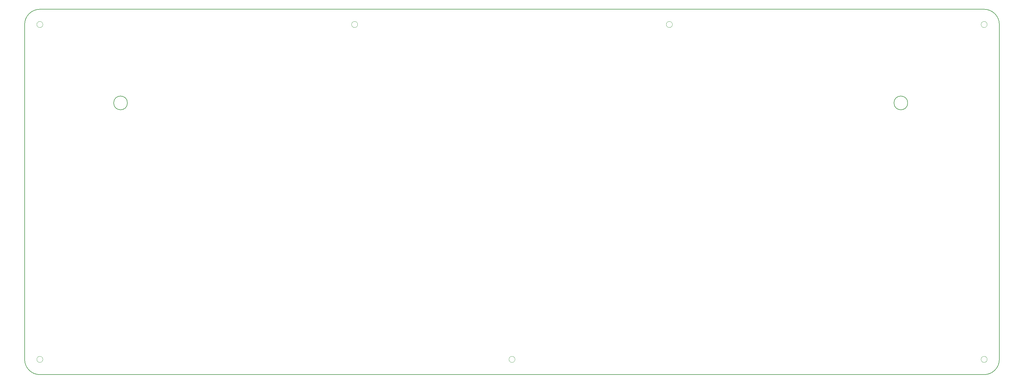
<source format=gbp>
G04 #@! TF.GenerationSoftware,KiCad,Pcbnew,5.1.10-88a1d61d58~90~ubuntu21.04.1*
G04 #@! TF.CreationDate,2021-09-17T14:10:14+02:00*
G04 #@! TF.ProjectId,unix60case,756e6978-3630-4636-9173-652e6b696361,rev?*
G04 #@! TF.SameCoordinates,Original*
G04 #@! TF.FileFunction,Paste,Bot*
G04 #@! TF.FilePolarity,Positive*
%FSLAX46Y46*%
G04 Gerber Fmt 4.6, Leading zero omitted, Abs format (unit mm)*
G04 Created by KiCad (PCBNEW 5.1.10-88a1d61d58~90~ubuntu21.04.1) date 2021-09-17 14:10:14*
%MOMM*%
%LPD*%
G01*
G04 APERTURE LIST*
G04 #@! TA.AperFunction,Profile*
%ADD10C,0.150000*%
G04 #@! TD*
G04 #@! TA.AperFunction,Profile*
%ADD11C,0.200000*%
G04 #@! TD*
G04 #@! TA.AperFunction,Profile*
%ADD12C,0.050000*%
G04 #@! TD*
G04 APERTURE END LIST*
D10*
X64928750Y-60769500D02*
X360203750Y-60769500D01*
D11*
X336314500Y-90066500D02*
G75*
G03*
X336314500Y-90066500I-2150000J0D01*
G01*
X92314500Y-90066500D02*
G75*
G03*
X92314500Y-90066500I-2150000J0D01*
G01*
D10*
X60166250Y-170307000D02*
X60166250Y-65532000D01*
X360203750Y-175069500D02*
X64928750Y-175069500D01*
D12*
X213518850Y-170307000D02*
G75*
G03*
X213518850Y-170307000I-950000J0D01*
G01*
X65878750Y-65532000D02*
G75*
G03*
X65878750Y-65532000I-950000J0D01*
G01*
X65878750Y-170307000D02*
G75*
G03*
X65878750Y-170307000I-950000J0D01*
G01*
D10*
X364966250Y-170307000D02*
G75*
G02*
X360203750Y-175069500I-4762500J0D01*
G01*
X64928750Y-175069500D02*
G75*
G02*
X60166250Y-170307000I0J4762500D01*
G01*
X60166250Y-65532000D02*
G75*
G02*
X64928750Y-60769500I4762500J0D01*
G01*
D12*
X361153750Y-170307000D02*
G75*
G03*
X361153750Y-170307000I-950000J0D01*
G01*
X361153750Y-65532000D02*
G75*
G03*
X361153750Y-65532000I-950000J0D01*
G01*
X164307150Y-65532000D02*
G75*
G03*
X164307150Y-65532000I-950000J0D01*
G01*
D10*
X360203750Y-60769500D02*
G75*
G02*
X364966250Y-65532000I0J-4762500D01*
G01*
X364966250Y-65532000D02*
X364966250Y-170307000D01*
D12*
X262730450Y-65532000D02*
G75*
G03*
X262730450Y-65532000I-950000J0D01*
G01*
M02*

</source>
